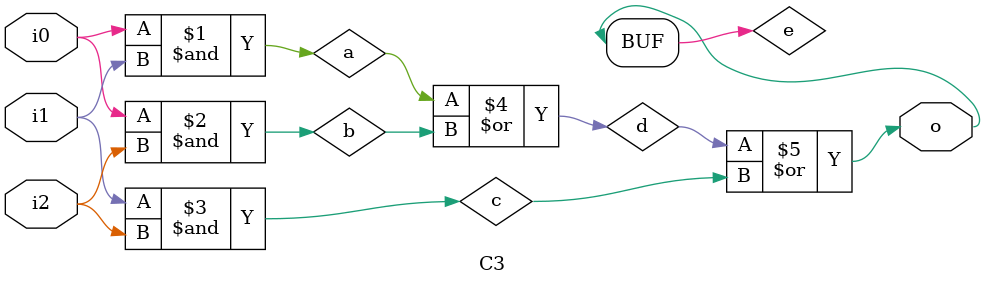
<source format=v>
module tkg_c3 (output o, input i0, i1, i2);
	C3 I0 (o, i0, i1, i2);
endmodule

module C3 (output o, input i0, i1, i2);
	wire a, b, c, d, e;
	
	and (a, i0, i1);
	and (b, i0, i2);
	and (c, i1, i2);
	or (d, a, b);
	or (e, d, c);
	
	assign o = e;
endmodule
</source>
